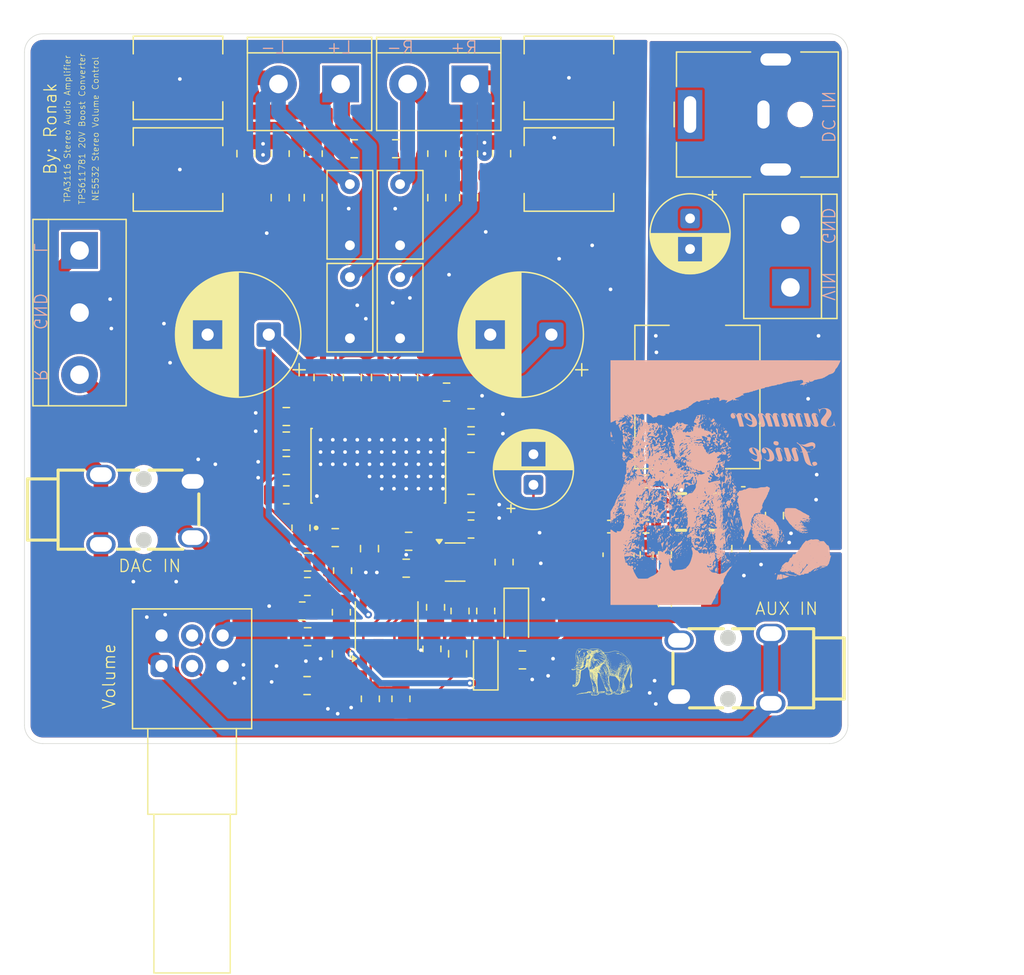
<source format=kicad_pcb>
(kicad_pcb (version 20241229) (generator "pcbnew") (generator_version "9.0")
  (layers (0 "F.Cu" signal) (2 "B.Cu" signal) (13 "F.Paste" user) (15 "B.Paste" user) (5 "F.SilkS" user "F.Silkscreen") (7 "B.SilkS" user "B.Silkscreen") (1 "F.Mask" user) (3 "B.Mask" user) (25 "Edge.Cuts" user))
  (net 0 "")
  (net 1 "GND")
  (net 2 "PVCC")
  (net 3 "Net-(Q1A-C1)")
  (net 4 "GVDD")
  (net 5 "LINP")
  (net 6 "RINP")
  (net 7 "LINN")
  (net 8 "RINN")
  (net 9 "L-")
  (net 10 "R-")
  (net 11 "Net-(C37-Pad1)")
  (net 12 "L+")
  (net 13 "R+")
  (net 14 "RIN")
  (net 15 "LIN")
  (net 16 "Net-(Q1A-B1)")
  (net 17 "MUTE")
  (net 18 "SDZ")
  (net 19 "Net-(U3-VCC)")
  (net 20 "Net-(U3-BST)")
  (net 21 "SWT")
  (net 22 "Net-(U3-FB)")
  (net 23 "Net-(U3-COMP)")
  (net 24 "Net-(U3-ILIMIT)")
  (net 25 "Net-(U3-FREQ{slash}SYNC)")
  (net 27 "PGND")
  (net 28 "Net-(C1-Pad2)")
  (net 29 "Net-(C1-Pad1)")
  (net 30 "Net-(C2-Pad2)")
  (net 31 "Net-(C2-Pad1)")
  (net 32 "Net-(D1-A)")
  (net 33 "Net-(U1A-+)")
  (net 34 "Net-(C6-Pad2)")
  (net 35 "Net-(C7-Pad1)")
  (net 36 "Vin")
  (net 37 "Net-(U2-SYNC)")
  (net 38 "Net-(C20-Pad1)")
  (net 39 "Net-(U2-OUTPR)")
  (net 40 "Net-(U2-BSPR)")
  (net 41 "Net-(U2-OUTNR)")
  (net 42 "Net-(U2-BSNR)")
  (net 43 "Net-(U2-BSPL)")
  (net 44 "Net-(U2-OUTPL)")
  (net 45 "Net-(U2-OUTNL)")
  (net 46 "Net-(U2-BSNL)")
  (net 47 "Net-(C38-Pad1)")
  (net 48 "Net-(C39-Pad1)")
  (net 49 "Net-(C40-Pad1)")
  (net 50 "Net-(D2-K)")
  (net 51 "Net-(U1A--)")
  (net 52 "Net-(U1B--)")
  (net 53 "Net-(U2-GAIN{slash}SLV)")
  (net 54 "Net-(R17-Pad1)")
  (footprint "Inductor_SMD:L_KOHERelec_MDA7030" (layer "F.Cu") (at 45.85 42.9)
    (property "Reference" "L3" (hide yes))
    (property "Value" "10u")
  )
  (footprint "Resistor_SMD:R_0805_2012Metric" (layer "F.Cu") (at 61.569193 93.682484 -90)
    (property "Reference" "R4" (hide yes))
    (property "Value" "47k")
  )
  (footprint "Resistor_SMD:R_0805_2012Metric" (layer "F.Cu") (at 72.5 82.5 90)
    (property "Reference" "R6" (hide yes))
    (property "Value" "470k")
  )
  (footprint "Capacitor_SMD:C_0805_2012Metric" (layer "F.Cu") (at 67 52.7 -90)
    (property "Reference" "C37" (hide yes))
    (property "Value" "10n")
  )
  (footprint "Resistor_SMD:R_0805_2012Metric" (layer "F.Cu") (at 66.9 86.2 90)
    (property "Reference" "R1" (hide yes))
    (property "Value" "20k")
  )
  (footprint "Capacitor_THT:CP_Radial_D6.3mm_P2.50mm" (layer "F.Cu") (at 74.9 76.18238 90)
    (property "Reference" "C8" (hide yes))
    (property "Value" "100u")
  )
  (footprint "Capacitor_SMD:C_0805_2012Metric" (layer "F.Cu") (at 69.8 72.8)
    (property "Reference" "C10" (hide yes))
    (property "Value" "100n")
  )
  (footprint "Capacitor_SMD:C_0805_2012Metric" (layer "F.Cu") (at 56.443012 88.6)
    (property "Reference" "C2" (hide yes))
    (property "Value" "1u")
  )
  (footprint "Capacitor_SMD:C_0805_2012Metric" (layer "F.Cu") (at 72.3 49.1 -90)
    (property "Reference" "C35" (hide yes))
    (property "Value" "1n")
  )
  (footprint "TPA3116D2DAD:SOP65P810X115-32N" (layer "F.Cu") (at 62.22 74.625 90)
    (property "Reference" "U2" (hide yes))
    (property "Value" "TPA3116D2DAD")
  )
  (footprint "Resistor_SMD:R_0805_2012Metric" (layer "F.Cu") (at 69.6 49.1 -90)
    (property "Reference" "R24" (hide yes))
    (property "Value" "3.3R")
  )
  (footprint "Capacitor_SMD:C_0805_2012Metric" (layer "F.Cu") (at 88.2 81.2 180)
    (property "Reference" "C26" (hide yes))
    (property "Value" "4.7u")
  )
  (footprint "Capacitor_SMD:C_0805_2012Metric" (layer "F.Cu") (at 59.2 90 -90)
    (property "Reference" "C5" (hide yes))
    (property "Value" "100n")
  )
  (footprint "Inductor_SMD:L_KOHERelec_MDA7030" (layer "F.Cu") (at 77.8 50.4 180)
    (property "Reference" "L2" (hide yes))
    (property "Value" "10u")
  )
  (footprint "Capacitor_SMD:C_0603_1608Metric" (layer "F.Cu") (at 92.05 76.85 180)
    (property "Reference" "C21" (hide yes))
    (property "Value" "100n")
  )
  (footprint "Capacitor_THT:CP_Radial_D10.0mm_P5.00mm" (layer "F.Cu") (at 53.267677 63.9 180)
    (property "Reference" "C42" (hide yes))
    (property "Value" "470u")
  )
  (footprint "Package_TO_SOT_SMD:SOT-23-3" (layer "F.Cu") (at 68.5 82.5)
    (property "Reference" "Q1" (hide yes))
    (property "Value" "PMBT3906")
  )
  (footprint "Capacitor_SMD:C_0805_2012Metric" (layer "F.Cu") (at 88.2 85.2 180)
    (property "Reference" "C28" (hide yes))
    (property "Value" "4.7u")
  )
  (footprint "Resistor_SMD:R_0805_2012Metric" (layer "F.Cu") (at 59.3 83.2 90)
    (property "Reference" "R13" (hide yes))
    (property "Value" "20k")
  )
  (footprint "NetTie:NetTie-2_SMD_Pad0.5mm" (layer "F.Cu") (at 87.275 77.925 180)
    (property "Reference" "NT1" (hide yes))
    (property "Value" "NetTie_2" (hide yes))
  )
  (footprint "Capacitor_SMD:C_0805_2012Metric" (layer "F.Cu") (at 68.7 90 90)
    (property "Reference" "C1" (hide yes))
    (property "Value" "1u")
  )
  (footprint "TerminalBlock:TerminalBlock_bornier-2_P5.08mm" (layer "F.Cu") (at 95.9 60.04 90)
    (property "Reference" "J4" (hide yes))
    (property "Value" "Screw_Terminal_01x02")
  )
  (footprint "LOGO" (layer "F.Cu") (at 80.5 91.5)
    (property "Reference" "G***" (hide yes))
    (property "Value" "LOGO" (hide yes))
  )
  (footprint "Capacitor_SMD:C_0805_2012Metric" (layer "F.Cu") (at 63.65 48.7 180)
    (property "Reference" "C33" (hide yes))
    (property "Value" "1n")
  )
  (footprint "TerminalBlock:TerminalBlock_bornier-2_P5.08mm" (layer "F.Cu") (at 69.7 43.4 180)
    (property "Reference" "J5" (hide yes))
    (property "Value" "Screw_Terminal_01x02")
  )
  (footprint "Capacitor_SMD:C_0805_2012Metric" (layer "F.Cu") (at 64.7 80.8)
    (property "Reference" "C16" (hide yes))
    (property "Value" "1u")
  )
  (footprint "Capacitor_SMD:C_0805_2012Metric" (layer "F.Cu") (at 74 90.5)
    (property "Reference" "C3" (hide yes))
    (property "Value" "1u")
  )
  (footprint "Potentiometer_THT:Potentiometer_Alps_RK097_Dual_Horizontal" (layer "F.Cu") (at 44.5 91 90)
    (property "Reference" "RV1" (hide yes))
    (property "Value" "10k dual linear pot")
  )
  (footprint "Resistor_SMD:R_0603_1608Metric" (layer "F.Cu") (at 85.65 85.9 -90)
    (property "Reference" "R17" (hide yes))
    (property "Value" "1M")
  )
  (footprint "Resistor_SMD:R_0805_2012Metric" (layer "F.Cu") (at 69.8 79.8)
    (property "Reference" "R11" (hide yes))
    (property "Value" "47k")
  )
  (footprint "Resistor_SMD:R_0805_2012Metric" (layer "F.Cu") (at 54.7 77)
    (property "Reference" "R12" (hide yes))
    (property "Value" "100k")
  )
  (footprint "Capacitor_SMD:C_0805_2012Metric" (layer "F.Cu") (at 69.6 52.7 -90)
    (property "Reference" "C39" (hide yes))
    (property "Value" "10n")
  )
  (footprint "Capacitor_THT:C_Rect_L7.0mm_W3.5mm_P5.00mm" (layer "F.Cu") (at 59.9 59.2 -90)
    (property "Reference" "C32" (hide yes))
    (property "Value" "680n")
  )
  (footprint "Capacitor_THT:C_Rect_L7.0mm_W3.5mm_P5.00mm" (layer "F.Cu") (at 64 59.2 -90)
    (property "Reference" "C31" (hide yes))
    (property "Value" "680n")
  )
  (footprint "TPS611781RNWR:RNW0013A" (layer "F.Cu") (at 88.35 78.4)
    (property "Reference" "U3" (hide yes))
    (property "Value" "TPS611781")
  )
  (footprint "Resistor_SMD:R_0603_1608Metric" (layer "F.Cu") (at 84.1 78.1)
    (property "Reference" "R15" (hide yes))
    (property "Value" "68k")
  )
  (footprint "Resistor_SMD:R_0805_2012Metric" (layer "F.Cu") (at 67 49.1 -90)
    (property "Reference" "R22" (hide yes))
    (property "Value" "3.3R")
  )
  (footprint "Capacitor_SMD:C_0805_2012Metric" (layer "F.Cu") (at 56.4 92.6 180)
    (property "Reference" "C4" (hide yes))
    (property "Value" "1u")
  )
  (footprint "Resistor_SMD:R_0805_2012Metric" (layer "F.Cu") (at 68.9 86.5 -90)
    (property "Reference" "R7" (hide yes))
    (property "Value" "20k")
  )
  (footprint "Capacitor_SMD:C_0805_2012Metric" (layer "F.Cu") (at 94.6 78.7 -90)
    (property "Reference" "C15" (hide yes))
    (property "Value" "22u")
  )
  (footprint "Capacitor_SMD:C_0805_2012Metric" (layer "F.Cu") (at 58.7 80.5)
    (property "Reference" "C12" (hide yes))
    (property "Value" "1u")
  )
  (footprint "Capacitor_SMD:C_0805_2012Metric" (layer "F.Cu") (at 60.1 67.4 -90)
    (property "Reference" "C23" (hide yes))
    (property "Value" "220n")
  )
  (footprint "Capacitor_SMD:C_0805_2012Metric" (layer "F.Cu") (at 56.443012 82.5)
    (property "Reference" "C7" (hide yes))
    (property "Value" "1u")
  )
  (footprint "Resistor_SMD:R_0805_2012Metric" (layer "F.Cu") (at 66.6 89.6 -90)
    (property "Reference" "R9" (hide yes))
    (property "Value" "15k")
  )
  (footprint "Capacitor_SMD:C_0805_2012Metric" (layer "F.Cu") (at 57.7 67.4 -90)
    (property "Reference" "C22" (hide yes))
    (property "Value" "220n")
  )
  (footprint "Diode_SMD:D_SOD-123" (layer "F.Cu") (at 73.5 87 -90)
    (property "Reference" "D2" (hide yes))
    (property "Value" "1N4148")
  )
  (footprint "Capacitor_SMD:C_0603_1608Metric" (layer "F.Cu") (at 81.1 79.6 180)
    (property "Reference" "C20" (hide yes))
    (property "Value" "10n")
  )
  (footprint "Capacitor_SMD:C_0805_2012Metric" (layer "F.Cu") (at 62.4 67.4 -90)
    (property "Reference" "C24" (hide yes))
    (property "Value" "220n")
  )
  (footprint "Capacitor_SMD:C_0805_2012Metric" (layer "F.Cu") (at 69.8 70.7 180)
    (property "Reference" "C6" (hide yes))
    (property "Value" "10n")
  )
  (footprint "Resistor_SMD:R_0805_2012Metric" (layer "F.Cu") (at 64.069193 93.682484 90)
    (property "Reference" "R3" (hide yes))
    (property "Value" "47k")
  )
  (footprint "Inductor_SMD:L_Sunlord_MWSA1003S" (layer "F.Cu") (at 88.3 69 -90)
    (property "Reference" "L1" (hide yes))
    (property "Value" "3.3u")
  )
  (footprint "Resistor_SMD:R_0603_1608Metric" (layer "F.Cu") (at 84.1 75.9)
    (property "Reference" "R14" (hide yes))
    (property "Value" "220k")
  )
  (footprint "Capacitor_SMD:C_0805_2012Metric" (layer "F.Cu") (at 67.8 68.6)
    (property "Reference" "C9" (hide yes))
    (property "Value" "1n")
  )
  (footprint "Inductor_SMD:L_KOHERelec_MDA7030" (layer "F.Cu") (at 77.8 42.9)
    (property "Reference" "L4" (hide yes))
    (property "Value" "10u")
  )
  (footprint "Inductor_SMD:L_KOHERelec_MDA7030" (layer "F.Cu") (at 45.85 50.4 180)
    (property "Reference" "L5" (hide yes))
    (property "Value" "10u")
  )
  (footprint "Capacitor_SMD:C_0805_2012Metric" (layer "F.Cu") (at 54.7 74.6 180)
    (property "Reference" "C13" (hide yes))
    (property "Value" "1n")
  )
  (footprint "Capacitor_SMD:C_0603_1608Metric" (layer "F.Cu") (at 81.1 81.9 -90)
    (property "Reference" "C43" (hide yes))
    (property "Value" "30p")
  )
  (footprint "Capacitor_SMD:C_0805_2012Metric" (layer "F.Cu") (at 69.8 77.7)
    (property "Reference" "C19" (hide yes))
    (property "Value" "47p")
  )
  (footprint "Resistor_SMD:R_0805_2012Metric" (layer "F.Cu") (at 59.2 86.6 -90)
    (property "Reference" "R8" (hide yes))
    (property "Value" "20k")
  )
  (footprint "Capacitor_SMD:C_0805_2012Metric" (layer "F.Cu") (at 56.9 52.7 -90)
    (property "Reference" "C40" (hide yes))
    (property "Value" "10n")
  )
  (footprint "Capacitor_THT:C_Rect_L7.0mm_W3.5mm_P5.00mm" (layer "F.Cu") (at 59.9 51.6 -90)
    (property "Reference" "C30" (hide yes))
    (property "Value" "680n")
  )
  (footprint "Package_SO:SOIC-8_3.9x4.9mm_P1.27mm" (layer "F.Cu") (at 62.9 87.7 90)
    (property "Reference" "U1" (hide yes))
    (property "Value" "NE5532")
  )
  (footprint "Capacitor_THT:C_Rect_L7.0mm_W3.5mm_P5.00mm" (layer "F.Cu") (at 64 51.6 -90)
    (property "Reference" "C29" (hide yes))
    (property "Value" "680n")
  )
  (footprint "Capacitor_SMD:C_0805_2012Metric" (layer "F.Cu") (at 88.2 83.2 180)
    (property "Reference" "C27" (hide yes))
    (property "Value" "4.7u")
  )
  (footprint "Resistor_SMD:R_0603_1608Metric" (layer "F.Cu") (at 85.65 81.9 -90)
    (property "Reference" "R18" (hide yes))
    (property "Value" "150k")
  )
  (footprint "Connector_BarrelJack:BarrelJack_CUI_PJ-063AH_Horizontal" (layer "F.Cu") (at 87.7 45.9 90)
    (property "Reference" "J3" (hide yes))
    (property "Value" "Barrel_Jack_MountingPin")
  )
  (footprint "Capacitor_SMD:C_0805_2012Metric" (layer "F.Cu") (at 91.85 81.4 -90)
    (property "Reference" "C17" (hide yes))
    (property "Value" "4.7u")
  )
  (footprint "Connector_Audio:AUDIO_TH_PJ-3210-4A" (layer "F.Cu") (at 43.3 78.2 90)
    (property "Reference" "J2" (hide yes))
    (property "Value" "PJ-320B")
    (fp_poly (pts (xy 3.14637 -0.313711) (xy 3.121511 -0.438685) (xy 3.072749 -0.556408) (xy 3.001957 -0.662356) (xy 2.911856 -0.752457) (xy 2.805908 -0.823249) (xy 2.688185 -0.872011) (xy 2.563211 -0.89687) (xy 2.435789 -0.89687) (xy 2.310815 -0.872011) (xy 2.193092 -0.823249) (xy 2.087144 -0.752457) (xy 1.997043 -0.662356) (xy 1.926251 -0.556408) (xy 1.877489 -0.438685) (xy 1.85263 -0.313711) (xy 1.85263 -0.186289) (xy 1.877489 -0.061315) (xy 1.926251 0.056408) (xy 1.997043 0.162356) (xy 2.087144 0.252457) (xy 2.193092 0.323249) (xy 2.310815 0.372011) (xy 2.435789 0.39687) (xy 2.563211 0.39687) (xy 2.688185 0.372011) (xy 2.805908 0.323249) (xy 2.911856 0.252457) (xy 3.001957 0.162356) (xy 3.072749 0.056408) (xy 3.121511 -0.061315) (xy 3.14637 -0.186289)) (fill yes) (layer "Edge.Cuts"))
    (fp_poly (pts (xy -1.85263 -0.313711) (xy -1.877489 -0.438685) (xy -1.926251 -0.556408) (xy -1.997043 -0.662356) (xy -2.087144 -0.752457) (xy -2.193092 -0.823249) (xy -2.310815 -0.872011) (xy -2.435789 -0.89687) (xy -2.563211 -0.89687) (xy -2.688185 -0.872011) (xy -2.805908 -0.823249) (xy -2.911856 -0.752457) (xy -3.001957 -0.662356) (xy -3.072749 -0.556408) (xy -3.121511 -0.438685) (xy -3.14637 -0.313711) (xy -3.14637 -0.186289) (xy -3.121511 -0.061315) (xy -3.072749 0.056408) (xy -3.001957 0.162356) (xy -2.911856 0.252457) (xy -2.805908 0.323249) (xy -2.688185 0.372011) (xy -2.563211 0.39687) (xy -2.435789 0.39687) (xy -2.310815 0.372011) (xy -2.193092 0.323249) (xy -2.087144 0.252457) (xy -1.997043 0.162356) (xy -1.926251 0.056408) (xy -1.877489 -0.061315) (xy -1.85263 -0.186289)) (fill yes) (layer "Edge.Cuts"))
  )
  (footprint "Capacitor_SMD:C_0805_2012Metric" (layer "F.Cu") (at 61.5 81.4 -90)
    (property "Reference" "C14" (hide yes))
    (property "Value" "1u")
  )
  (footprint "Capacitor_SMD:C_0805_2012Metric" (layer "F.Cu") (at 54.7 72.6 180)
    (property "Reference" "C18" (hide yes))
    (property "Value" "100n")
  )
  (footprint "TerminalBlock:TerminalBlock_bornier-3_P5.08mm" (layer "F.Cu") (at 37.8 57.02 -90)
    (property "Reference" "J1" (hide yes))
    (property "Value" "Screw_Terminal_01x03")
  )
  (footprint "Resistor_SMD:R_0603_1608Metric" (layer "F.Cu") (at 84.15 81.9 -90)
    (property "Reference" "R19" (hide yes))
    (property "Value" "75k")
  )
  (footprint "Diode_SMD:D_SOD-123" (layer "F.Cu") (at 71 90.6 90)
    (property "Reference" "D1" (hide yes))
    (property "Value" "1N4148")
  )
  (footprint "Resistor_SMD:R_0805_2012Metric" (layer "F.Cu") (at 54.2 49.1 -90)
    (property "Reference" "R23" (hide yes))
    (property "Value" "3.3R")
  )
  (footprint "Capacitor_SMD:C_0805_2012Metric" (layer "F.Cu") (at 60.25 48.7 180)
    (property "Reference" "C36" (hide yes))
    (property "Value" "1n")
  )
  (footprint "Capacitor_SMD:C_0603_1608Metric" (layer "F.Cu") (at 82.6 81.9 -90)
    (property "Reference" "C44" (hide yes))
    (property "Value" "47p")
  )
  (footprint "Capacitor_SMD:C_0805_2012Metric" (layer "F.Cu") (at 64.7 67.4 -90)
    (property "Reference" "C25" (hide yes))
    (property "Value" "220n")
  )
  (footprint "TerminalBlock:TerminalBlock_bornier-2_P5.08mm" (layer "F.Cu") (at 59.14 43.4 180)
    (property "Reference" "J6" (hide yes))
    (property "Value" "Screw_Terminal_01x02")
  )
  (footprint "Capacitor_SMD:C_0805_2012Metric" (layer "F.Cu") (at 54.7 70.6)
    (property "Reference" "C8" (hide yes))
    (property "Value" "10n")
  )
  (footprint "Resistor_SMD:R_0805_2012Metric" (layer "F.Cu") (at 71 86.5 -90)
    (property "Reference" "R5" (hide yes))
    (property "Value" "470k")
  )
  (footprint "Resistor_SMD:R_0805_2012Metric" (layer "F.Cu") (at 55.9 79.7 -90)
    (property "Reference" "R20" (hide yes))
    (property "Value" "100k")
  )
  (footprint "Capacitor_SMD:C_0805_2012Metric" (layer "F.Cu") (at 54.2 52.7 -90)
    (property "Reference" "C38" (hide yes))
    (property "Value" "10n")
  )
  (footprint "Capacitor_SMD:C_0805_2012Metric" (layer "F.Cu") (at 51.4 49.1 90)
    (property "Reference" "C34" (hide yes))
    (property "Value" "1n")
  )
  (footprint "Resistor_SMD:R_0805_2012Metric" (layer "F.Cu") (at 56.9 49.1 -90)
    (property "Reference" "R25" (hide yes))
    (property "Value" "3.3R")
  )
  (footprint "Capacitor_THT:CP_Radial_D10.0mm_P5.00mm" (layer "F.Cu") (at 76.367677 63.9 180)
    (property "Reference" "C41" (hide yes))
    (property "Value" "470u")
  )
  (footprint "Capacitor_THT:CP_Radial_D6.3mm_P2.50mm" (layer "F.Cu") (at 87.7 54.4 -90)
    (property "Reference" "C11" (hide yes))
    (property "Value" "100u")
  )
  (footprint "Resistor_SMD:R_0603_1608Metric" (layer "F.Cu") (at 84.1 79.6)
    (property "Reference" "R16" (hide yes))
    (property "Value" "200k")
  )
  (footprint "Resistor_SMD:R_0805_2012Metric" (layer "F.Cu") (at 56.423012 84.5 180)
    (property "Reference" "R2" (hide yes))
    (property "Value" "20k")
  )
  (footprint "Resistor_SMD:R_0805_2012Metric" (layer "F.Cu") (at 56 86.5)
    (property "Reference" "R10" (hide yes))
    (property "Value" "15k")
  )
  (footprint "Capacitor_SMD:C_0805_2012Metric" (layer "F.Cu") (at 64.5 83)
    (property "Reference" "C6" (hide yes))
    (property "Value" "1u")
  )
  (footprint "Connector_Audio:AUDIO_TH_PJ-3210-4A" (layer "F.Cu") (at 90.55 91.2 -90)
    (property "Reference" "J7" (hide yes))
    (property "Value" "PJ-320B")
    (fp_poly (pts (xy -1.85263 -0.313711) (xy -1.877489 -0.438685) (xy -1.926251 -0.556408) (xy -1.997043 -0.662356) (xy -2.087144 -0.752457) (xy -2.193092 -0.823249) (xy -2.310815 -0.872011) (xy -2.435789 -0.89687) (xy -2.563211 -0.89687) (xy -2.688185 -0.872011) (xy -2.805908 -0.823249) (xy -2.911856 -0.752457) (xy -3.001957 -0.662356) (xy -3.072749 -0.556408) (xy -3.121511 -0.438685) (xy -3.14637 -0.313711) (xy -3.14637 -0.186289) (xy -3.121511 -0.061315) (xy -3.072749 0.056408) (xy -3.001957 0.162356) (xy -2.911856 0.252457) (xy -2.805908 0.323249) (xy -2.688185 0.372011) (xy -2.563211 0.39687) (xy -2.435789 0.39687) (xy -2.310815 0.372011) (xy -2.193092 0.323249) (xy -2.087144 0.252457) (xy -1.997043 0.162356) (xy -1.926251 0.056408) (xy -1.877489 -0.061315) (xy -1.85263 -0.186289)) (fill yes) (layer "Edge.Cuts"))
    (fp_poly (pts (xy 3.14637 -0.313711) (xy 3.121511 -0.438685) (xy 3.072749 -0.556408) (xy 3.001957 -0.662356) (xy 2.911856 -0.752457) (xy 2.805908 -0.823249) (xy 2.688185 -0.872011) (xy 2.563211 -0.89687) (xy 2.435789 -0.89687) (xy 2.310815 -0.872011) (xy 2.193092 -0.823249) (xy 2.087144 -0.752457) (xy 1.997043 -0.662356) (xy 1.926251 -0.556408) (xy 1.877489 -0.438685) (xy 1.85263 -0.313711) (xy 1.85263 -0.186289) (xy 1.877489 -0.061315) (xy 1.926251 0.056408) (xy 1.997043 0.162356) (xy 2.087144 0.252457) (xy 2.193092 0.323249) (xy 2.310815 0.372011) (xy 2.435789 0.39687) (xy 2.563211 0.39687) (xy 2.688185 0.372011) (xy 2.805908 0.323249) (xy 2.911856 0.252457) (xy 3.001957 0.162356) (xy 3.072749 0.056408) (xy 3.121511 -0.061315) (xy 3.14637 -0.186289)) (fill yes) (layer "Edge.Cuts"))
  )
  (footprint "LOGO" (layer "B.Cu") (at 91.2 76 180)
    (property "Reference" "G***" (hide yes))
    (property "Value" "LOGO" (hide yes))
  )
  (gr_arc (start 34.8 97.33934) (mid 33.73934 96.9) (end 33.3 95.83934) (stroke (width 0.05)) (layer "Edge.Cuts"))
  (gr_line (start 99.1 97.3393) (end 34.8 97.33934) (stroke (width 0.05)) (layer "Edge.Cuts"))
  (gr_line (start 34.8 39.3) (end 99.1 39.3) (stroke (width 0.05)) (layer "Edge.Cuts"))
  (gr_arc (start 99.1 39.3) (mid 100.16066 39.73934) (end 100.6 40.8) (stroke (width 0.05)) (layer "Edge.Cuts"))
  (gr_line (start 100.6 95.8393) (end 100.6 40.8) (stroke (width 0.05)) (layer "Edge.Cuts"))
  (gr_arc (start 33.3 40.8) (mid 33.73934 39.73934) (end 34.8 39.3) (stroke (width 0.05)) (layer "Edge.Cuts"))
  (gr_line (start 33.3 95.83934) (end 33.3 40.8) (stroke (width 0.05)) (layer "Edge.Cuts"))
  (gr_arc (start 100.6 95.83934) (mid 100.16066 96.9) (end 99.1 97.33934) (stroke (width 0.05)) (layer "Edge.Cuts"))
  (gr_text "By: Ronak" (at 36 50.9 90) (layer "F.SilkS") (effects (font (size 1 1) (thickness 0.1)) (justify left bottom)))
  (gr_text "TPS611781 20V Boost Converter" (at 38.3 53.303568 90) (layer "F.SilkS") (effects (font (size 0.5 0.5) (thickness 0.05)) (justify left bottom)))
  (gr_text "Volume" (at 40.8 94.6 90) (layer "F.SilkS") (effects (font (size 1 1) (thickness 0.1)) (justify left bottom)))
  (gr_text "TPA3116 Stereo Audio Amplifier" (at 37.1 53.148806 90) (layer "F.SilkS") (effects (font (size 0.5 0.5) (thickness 0.05)) (justify left bottom)))
  (gr_text "AUX IN" (at 92.9495 86.9 0) (layer "F.SilkS") (effects (font (size 1 1) (thickness 0.1)) (justify left bottom)))
  (gr_text "NE5532 Stereo Volume Control" (at 39.4 53.017855 90) (layer "F.SilkS") (effects (font (size 0.5 0.5) (thickness 0.05)) (justify left bottom)))
  (gr_text "DAC IN" (at 40.9 83.4 0) (layer "F.SilkS") (effects (font (size 1 1) (thickness 0.1)) (justify left bottom)))
  (gr_text "R-" (at 65.2 41 -0) (layer "B.SilkS") (effects (font (size 1 1) (thickness 0.1)) (justify left bottom mirror)))
  (gr_text "L" (at 34 57.3 270) (layer "B.SilkS") (effects (font (size 1 1) (thickness 0.1)) (justify left bottom mirror)))
  (gr_text "GND" (at 98.4 56.6 270) (layer "B.SilkS") (effects (font (size 1 1) (thickness 0.1)) (justify left bottom mirror)))
  (gr_text "GND" (at 33.99 63.6 -90) (layer "B.SilkS") (effects (font (size 1 1) (thickness 0.1)) (justify left bottom mirror)))
  (gr_text "VIN" (at 98.4 61.2 270) (layer "B.SilkS") (effects (font (size 1 1) (thickness 0.1)) (justify left bottom mirror)))
  (gr_text "L-" (at 54.7 41 -0) (layer "B.SilkS") (effects (font (size 1 1) (thickness 0.1)) (justify left bottom mirror)))
  (gr_text "R+" (at 70.4 41 -0) (layer "B.SilkS") (effects (font (size 1 1) (thickness 0.1)) (justify left bottom mirror)))
  (gr_text "DC IN" (at 98.4 48.3 270) (layer "B.SilkS") (effects (font (size 1 1) (thickness 0.1)) (justify left bottom mirror)))
  (gr_text "L+" (at 60.1 41 -0) (layer "B.SilkS") (effects (font (size 1 1) (thickness 0.1)) (justify left bottom mirror)))
  (gr_text "R" (at 34 67.8 270) (layer "B.SilkS") (effects (font (size 1 1) (thickness 0.1)) (justify left bottom mirror)))
  (segment (start 60.246001 71.991) (end 61.593999 71.991) (width 0.2) (layer "F.Cu") (net 1))
  (segment (start 63.543999 71.991) (end 63.845 71.689999) (width 0.2) (layer "F.Cu") (net 1))
  (segment (start 57.75 80.5) (end 56.824 81.426) (width 0.2) (layer "F.Cu") (net 1))
  (segment (start 57.345 78.345) (end 57.345 77.245) (width 0.2) (layer "F.Cu") (net 1))
  (segment (start 66.6 90.5125) (end 65.1425 90.5125) (width 0.2) (layer "F.Cu") (net 1))
  (segment (start 61.895 71.689999) (end 62.196001 71.991) (width 0.2) (layer "F.Cu") (net 1))
  (segment (start 70.325 53.65) (end 69.6 53.65) (width 1.2) (layer "F.Cu") (net 1))
  (segment (start 59.7375 84.1125) (end 60.425 83.425) (width 0.2) (layer "F.Cu") (net 1))
  (segment (start 66.6 90.5125) (end 66.5125 90.5125) (width 0.2) (layer "F.Cu") (net 1))
  (segment (start 51.926 81.426) (end 51.7 81.2) (width 0.2) (layer "F.Cu") (net 1))
  (segment (start 64 56.6) (end 64.05 56.6) (width 1.2) (layer "F.Cu") (net 1))
  (segment (start 59.9 56.6) (end 64 56.6) (width 1.2) (layer "F.Cu") (net 1))
  (segment (start 65.225 90.175) (end 65.7 89.7) (width 0.2) (layer "F.Cu") (net 1))
  (segment (start 52.95 73.4) (end 53.75 72.6) (width 0.2) (layer "F.Cu") (net 1))
  (segment (start 59.9 56.6) (end 59.85 56.6) (width 1.2) (layer "F.Cu") (net 1))
  (segment (start 61.5 82.749) (end 62.1 83.349) (width 0.2) (layer "F.Cu") (net 1))
  (segment (start 51.7 81.2) (end 51.7 73.4) (width 0.2) (layer "F.Cu") (net 1))
  (segment (start 54.9 57.8) (end 57.725 54.975) (width 1.2) (layer "F.Cu") (net 1))
  (segment (start 56.824 81.426) (end 51.926 81.426) (width 0.2) (layer "F.Cu") (net 1))
  (segment (start 53.75 70.6) (end 53.75 74.6) (width 1.2) (layer "F.Cu") (net 1))
  (segment (start 58.225 54.975) (end 56.9 53.65) (width 1.2) (layer "F.Cu") (net 1))
  (segment (start 59.85 56.6) (end 58.225 54.975) (width 1.2) (layer "F.Cu") (net 1))
  (segment (start 48.9329 91) (end 49.5 91) (width 0.2) (layer "F.Cu") (net 1))
  (segment (start 72.3 50.05) (end 72.3 51.675) (width 1.2) (layer "F.Cu") (net 1))
  (segment (start 63.75 81.15) (end 64.5 81.9) (width 0.2) (layer "F.Cu") (net 1))
  (segment (start 59.9 64.2) (end 59.9 62.8) (width 1.2) (layer "F.Cu") (net 1))
  (segment (start 45.799 89.799) (end 47.7319 89.799) (width 0.2) (layer "F.Cu") (net 1))
  (segment (start 59.9 62.8) (end 54.9 57.8) (width 1.2) (layer "F.Cu") (net 1))
  (segment (start 62.196001 71.991) (end 63.543999 71.991) (width 0.2) (layer "F.Cu") (net 1))
  (segment (start 51.4 51.575) (end 53.475 53.65) (width 1.2) (layer "F.Cu") (net 1))
  (segment (start 60.425 83.425) (end 60.501 83.349) (width 0.2) (layer "F.Cu") (net 1))
  (segment (start 59.3 84.1125) (end 59.7375 84.1125) (width 0.2) (layer "F.Cu") (net 1))
  (segment (start 61.895 70.905) (end 61.895 71.689999) (width 0.2) (layer "F.Cu") (net 1))
  (segment (start 63.75 80.8) (end 63.75 81.15) (width 0.2) (layer "F.Cu") (net 1))
  (segment (start 61.5 82.35) (end 61.65 82.35) (width 0.2) (layer "F.Cu") (net 1))
  (segment (start 60.425 83.425) (end 61.5 82.35) (width 0.2) (layer "F.Cu") (net 1))
  (segment (start 61.593999 71.991) (end 61.895 71.689999) (width 0.2) (layer "F.Cu") (net 1))
  (segment (start 61.5 82.35) (end 61.5 82.749) (width 0.2) (layer "F.Cu") (net 1))
  (segment (start 65.1425 90.5125) (end 64.805 90.175) (width 0.2) (layer "F.Cu") (net 1))
  (segment (start 51.7 73.4) (end 52.95 73.4) (width 0.2) (layer "F.Cu") (net 1))
  (segment (start 59.945 71.689999) (end 60.246001 71.991) (width 0.2) (layer "F.Cu") (net 1))
  (segment (start 55.0875 86.5) (end 51.7 83.1125) (width 0.2) (layer "F.Cu") (net 1))
  (segment (start 64.805 90.175) (end 65.225 90.175) (width 0.2) (layer "F.Cu") (net 1))
  (segment (start 64.05 56.6) (end 67 53.65) (width 1.2) (layer "F.Cu") (net 1))
  (segment (start 44.5 88.5) (end 45.799 89.799) (width 0.2) (layer "F.Cu") (net 1))
  (segment (start 61.2 48.7) (end 62.7 48.7) (width 1.2) (layer "F.Cu") (net 1))
  (segment (start 54.2 53.65) (end 56.9 53.65) (width 1.2) (layer "F.Cu") (net 1))
  (segment (start 60.501 83.349) (end 61.2 83.349) (width 0.2) (layer "F.Cu") (net 1))
  (segment (start 72.3 51.675) (end 70.325 53.65) (width 1.2) (layer "F.Cu") (net 1))
  (segment (start 51.7 83.1125) (end 51.7 81.2) (width 0.2) (layer "F.Cu") (net 1))
  (segment (start 59.945 70.905) (end 59.945 71.689999) (width 0.2) (layer "F.Cu") (net 1))
  (segment (start 51.4 50.05) (end 51.4 51.575) (width 1.2) (layer "F.Cu") (net 1))
  (segment (start 63.845 71.689999) (end 63.845 70.905) (width 0.2) (layer "F.Cu") (net 1))
  (segment (start 53.475 53.65) (end 54.2 53.65) (width 1.2) (layer "F.Cu") (net 1))
  (segment (start 66.5125 90.5125) (end 65.7 89.7) (width 0.2) (layer "F.Cu") (net 1))
  (segment (start 57.345 77.245) (end 57.2 77.1) (width 0.2) (layer "F.Cu") (net 1))
  (segment (start 47.7319 89.799) (end 48.9329 91) (width 0.2) (layer "F.Cu") (net 1))
  (segment (start 67 53.65) (end 69.6 53.65) (width 1.2) (layer "F.Cu") (net 1))
  (segment (start 57.725 54.975) (end 58.225 54.975) (width 1.2) (layer "F.Cu") (net 1))
  (via (at 63.5 75.5) (size 0.6) (drill 0.3) (layers "F.Cu" "B.Cu") (net 1))
  (via (at 67.5 73.5) (size 0.6) (drill 0.3) (layers "F.Cu" "B.Cu") (net 1))
  (via (at 52.4 74.3) (size 0.6) (drill 0.3) (layers "F.Cu" "B.Cu") (net 1))
  (via (at 72.1 78.9) (size 0.6) (drill 0.3) (layers "F.Cu" "B.Cu") (net 1))
  (via (at 62.1 83.349) (size 0.6) (drill 0.3) (layers "F.Cu" "B.Cu") (net 1))
  (via (at 64.5 75.5) (size 0.6) (drill 0.3) (layers "F.Cu" "B.Cu") (net 1))
  (via (at 61.5 74.5) (size 0.6) (drill 0.3) (layers "F.Cu" "B.Cu") (net 1))
  (via (at 84.4 93.2) (size 0.6) (drill 0.3) (layers "F.Cu" "B.Cu") (net 1))
  (via (at 60.5 72.5) (size 0.6) (drill 0.3) (layers "F.Cu" "B.Cu") (net 1))
  (via (at 75.5 82.6) (size 0.6) (drill 0.3) (layers "F.Cu" "B.Cu") (net 1))
  (via (at 67.5 75.5) (size 0.6) (drill 0.3) (layers "F.Cu" "B.Cu") (net 1))
  (via (at 64.5 74.5) (size 0.6) (drill 0.3) (layers "F.Cu" "B.Cu") (net 1))
  (via (at 66.5 74.5) (size 0.6) (drill 0.3) (layers "F.Cu" "B.Cu") (net 1))
  (via (at 57.2 77.1) (size 0.6) (drill 0.3) (layers "F.Cu" "B.Cu") (net 1))
  (via (at 52.2 70.3) (size 0.6) (drill 0.3) (layers "F.Cu" "B.Cu") (net 1))
  (via (at 53.5 92.3) (size 0.6) (drill 0.3) (layers "F.Cu" "B.Cu") (net 1))
  (via (at 62.5 75.5) (size 0.6) (drill 0.3) (layers "F.Cu" "B.Cu") (net 1))
  (via (at 70.7 68.9) (size 0.6) (drill 0.3) (layers "F.Cu" "B.Cu") (net 1))
  (via (at 40.3 61) (size 0.6) (drill 0.3) (layers "F.Cu" "B.Cu") (net 1))
  (via (at 53.1 55.6) (size 0.6) (drill 0.3) (layers "F.Cu" "B.Cu") (net 1))
  (via (at 75.4 80.1) (size 0.6) (drill 0.3) (layers "F.Cu" "B.Cu") (net 1))
  (via (at 61.5 72.5) (size 0.6) (drill 0.3) (layers "F.Cu" "B.Cu") (net 1))
  (via (at 66.5 72.5) (size 0.6) (drill 0.3) (layers "F.Cu" "B.Cu") (net 1))
  (via (at 64.5 81.9) (size 0.6) (drill 0.3) (layers "F.Cu" "B.Cu") (net 1))
  (via (at 66.5 73.5) (size 0.6) (drill 0.3) (layers "F.Cu" "B.Cu") (net 1))
  (via (at 65.5 72.5) (size 0.6) (drill 0.3) (layers "F.Cu" "B.Cu") (net 1))
  (via (at 63.6 53.6) (size 0.6) (drill 0.3) (layers "F.Cu" "B.Cu") (net 1))
  (via (at 65.7 89.7) (size 0.6) (drill 0.3) (layers "F.Cu" "B.Cu") (net 1))
  (via (at 63.5 74.5) (size 0.6) (drill 0.3) (layers "F.Cu" "B.Cu") (net 1))
  (via (at 71 55.5) (size 0.6) (drill 0.3) (layers "F.Cu" "B.Cu") (net 1))
  (via (at 63.5 73.5) (size 0.6) (drill 0.3) (layers "F.Cu" "B.Cu") (net 1))
  (via (at 63.5 72.5) (size 0.6) (drill 0.3) (layers "F.Cu" "B.Cu") (net 1))
  (via (at 47.5 74.1) (size 0.6) (drill 0.3) (layers "F.Cu" "B.Cu") (net 1))
  (via (at 61.5 73.5) (size 0.6) (drill 0.3) (layers "F.Cu" "B.Cu") (net 1))
  (via (at 84.9 94.1) (size 0.6) (drill 0.3) (layers "F.Cu" "B.Cu") (net 1))
  (via (at 44.8 86.8) (size 0.6) (drill 0.3) (layers "F.Cu" "B.Cu") (net 1))
  (via (at 62.5 76.5) (size 0.6) (drill 0.3) (layers "F.Cu" "B.Cu") (net 1))
  (via (at 64.5 72.5) (size 0.6) (drill 0.3) (layers "F.Cu" "B.Cu") (net 1))
  (via (at 51.2 92) (size 0.6) (drill 0.3) (layers "F.Cu" "B.Cu") (net 1))
  (via (at 64.8 60.9) (size 0.6) (drill 0.3) (layers "F.Cu" "B.Cu") (net 1))
  (via (at 57.5 73.5) (size 0.6) (drill 0.3) (layers "F.Cu" "B.Cu") (net 1))
  (via (at 59.8 53.6) (size 0.6) (drill 0.3) (layers "F.Cu" "B.Cu") (net 1))
  (via (at 67.5 74.5) (size 0.6) (drill 0.3) (layers "F.Cu" "B.Cu") (net 1))
  (via (at 65.5 75.5) (size 0.6) (drill 0.3) (layers "F.Cu" "B.Cu") (net 1))
  (via (at 76.1 91.8) (size 0.6) (drill 0.3) (layers "F.Cu" "B.Cu") (net 1))
  (via (at 79.7 56.6) (size 0.6) (drill 0.3) (layers "F.Cu" "B.Cu") (net 1))
  (via (at 58.5 73.5) (size 0.6) (drill 0.3) (layers "F.Cu" "B.Cu") (net 1))
  (via (at 60.5 61.5) (size 0.6) (drill 0.3) (layers "F.Cu" "B.Cu") (net 1))
  (via (at 57.5 74.5) (size 0.6) (drill 0.3) (layers "F.Cu" "B.Cu") (net 1))
  (via (at 53.9 91) (size 0.6) (drill 0.3) (layers "F.Cu" "B.Cu") (net 1))
  (via (at 60 94.4) (size 0.6) (drill 0.3) (layers "F.Cu" "B.Cu") (net 1))
  (via (at 72.1 77.8) (size 0.6) (drill 0.3) (layers "F.Cu" "B.Cu") (net 1))
  (via (at 74.8 92.1) (size 0.6) (drill 0.3) (layers "F.Cu" "B.Cu") (net 1))
  (via (at 58.5 72.5) (size 0.6) (drill 0.3) (layers "F.Cu" "B.Cu") (net 1))
  (via (at 63.4 61.3) (size 0.6) (drill 0.3) (layers "F.Cu" "B.Cu") (net 1))
  (via (at 93.5 82.7) (size 0.6) (drill 0.3) (layers "F.Cu" "B.Cu") (net 1))
  (via (at 76.5 90.4) (size 0.6) (drill 0.3) (layers "F.Cu" "B.Cu") (net 1))
  (via (at 53.3 86.1) (size 0.6) (drill 0.3) (layers "F.Cu" "B.Cu") (net 1))
  (via (at 72.4 70.4) (size 0.6) (drill 0.3) (layers "F.Cu" "B.Cu") (net 1))
  (via (at 61.2 83.349) (size 0.6) (drill 0.3) (layers "F.Cu" "B.Cu") (net 1))
  (via (at 58.9 94.9) (size 0.6) (drill 0.3) (layers "F.Cu" "B.Cu") (net 1))
  (via (at 59.5 74.5) (size 0.6) (drill 0.3) (layers "F.Cu" "B.Cu") (net 1))
  (via (at 77.8 42.9) (size 0.6) (drill 0.3) (layers "F.Cu" "B.Cu") (net 1))
  (via (at 58.5 74.5) (size 0.6) (drill 0.3) (layers "F.Cu" "B.Cu") (net 1))
  (via (at 65.5 74.5) (size 0.6) (drill 0.3) (layers "F.Cu" "B.Cu") (net 1))
  (via (at 50.5 92.4) (size 0.6) (drill 0.3) (layers "F.Cu" "B.Cu") (net 1))
  (via (at 77 57.7) (size 0.6) (drill 0.3) (layers "F.Cu" "B.Cu") (net 1))
  (via (at 57.5 72.5) (size 0.6) (drill 0.3) (layers "F.Cu" "B.Cu") (net 1))
  (via (at 65.5 73.5) (size 0.6) (drill 0.3) (layers "F.Cu" "B.Cu") (net 1))
  (via (at 48.9 74.5) (size 0.6) (drill 0.3) (layers "F.Cu" "B.Cu") (net 1))
  (via (at 66.5 76.5) (size 0.6) (drill 0.3) (layers "F.Cu" "B.Cu") (net 1))
  (via (at 67.5 72.5) (size 0.6) (drill 0.3) (layers "F.Cu" "B.Cu") (net 1))
  (via (at 63.5 76.5) (size 0.6) (drill 0.3) (layers "F.Cu" "B.Cu") (net 1))
  (via (at 60.5 73.5) (size 0.6) (drill 0.3) (layers "F.Cu" "B.Cu") (net 1))
  (via (at 43.3 87) (size 0.6) (drill 0.3) (layers "F.Cu" "B.Cu") (net 1))
  (via (at 45.2 66.2) (size 0.6) (drill 0.3) (layers "F.Cu" "B.Cu") (net 1))
  (via (at 61.5 75.5) (size 0.6) (drill 0.3) (layers "F.Cu" "B.Cu") (net 1))
  (via (at 62.5 74.5) (size 0.6) (drill 0.3) (layers "F.Cu" "B.Cu") (net 1))
  (via (at 57.5 90.4) (size 0.6) (drill 0.3) (layers "F.Cu" "B.Cu") (net 1))
  (via (at 44.7 63) (size 0.6) (drill 0.3) (layers "F.Cu" "B.Cu") (net 1))
  (via (at 56.3 90.6) (size 0.6) (drill 0.3) (layers "F.Cu" "B.Cu") (net 1))
  (via (at 64.5 76.5) (size 0.6) (drill 0.3) (layers "F.Cu" "B.Cu") (net 1))
  (via (at 68 59) (size 0.6) (drill 0.3) (layers "F.Cu" "B.Cu") (net 1))
  (via (at 84.8 92.2) (size 0.6) (drill 0.3) (layers "F.Cu" "B.Cu") (net 1))
  (via (at 65.5 76.5) (size 0.6) (drill 0.3) (layers "F.Cu" "B.Cu") (net 1))
  (via (at 62.5 72.5) (size 0.6) (drill 0.3) (layers "F.Cu" "B.Cu") (net 1))
  (via (at 52.2 71.8) (size 0.6) (drill 0.3) (layers "F.Cu" "B.Cu") (net 1))
  (via (at 60.5 74.5) (size 0.6) (drill 0.3) (layers "F.Cu" "B.Cu") (net 1))
  (via (at 61.2 62.6) (size 0.6) (drill 0.3) (layers "F.Cu" "B.Cu") (net 1))
  (via (at 76.6 47.8) (size 0.6) (drill 0.3) (layers "F.Cu" "B.Cu") (net 1))
  (via (at 46 50.4) (size 0.6) (drill 0.3) (layers "F.Cu" "B.Cu") (net 1))
  (via (at 92.1 83.6) (size 0.6) (drill 0.3) (layers "F.Cu" "B.Cu") (net 1))
  (via (at 52.4 75.6) (size 0.6) (drill 0.3) (layers "F.Cu" "B.Cu") (net 1))
  (via (at 67.5 76.5) (size 0.6) (drill 0.3) (layers "F.Cu" "B.Cu") (net 1))
  (via (at 62.5 73.5) (size 0.6) (drill 0.3) (layers "F.Cu" "B.Cu") (net 1))
  (via (at 72.4 72) (size 0.6) (drill 0.3) (layers "F.Cu" "B.Cu") (net 1))
  (via (at 51.2 90.9) (size 0.6) (drill 0.3) (layers "F.Cu" "B.Cu") (net 1))
  (via (at 81.2 60.2) (size 0.6) (drill 0.3) (layers "F.Cu" "B.Cu") (net 1))
  (via (at 64.5 73.5) (size 0.6) (drill 0.3) (layers "F.Cu" "B.Cu") (net 1))
  (via (at 42.2 84.1) (size 0.6) (drill 0.3) (layers "F.Cu" "B.Cu") (net 1))
  (via (at 40.4 63.4) (size 0.6) (drill 0.3) (layers "F.Cu" "B.Cu") (net 1))
  (via (at 46 43) (size 0.6) (drill 0.3) (layers "F.Cu" "B.Cu") (net 1))
  (via (at 58.1 94.5) (size 0.6) (drill 0.3) (layers "F.Cu" "B.Cu") (net 1))
  (via (at 75.7 85.55) (size 0.6) (drill 0.3) (layers "F.Cu" "B.Cu") (net 1))
  (via (at 66.5 75.5) (size 0.6) (drill 0.3) (layers "F.Cu" "B.Cu") (net 1))
  (via (at 59.5 73.5) (size 0.6) (drill 0.3) (layers "F.Cu" "B.Cu") (net 1))
  (via (at 45.7 84.1) (size 0.6) (drill 0.3) (layers "F.Cu" "B.Cu") (net 1))
  (via (at 59.5 72.5) (size 0.6) (drill 0.3) (layers "F.Cu" "B.Cu") (net 1))
  (segment (start 69.7 92.4) (end 70.85 92.4) (width 0.5) (layer "F.Cu") (net 2))
  (segment (start 73.193677 67.074) (end 67.651 67.074) (width 1.2) (layer "F.Cu") (net 2))
  (segment (start 59.2 89.2) (end 60 90) (width 0.5) (layer "F.Cu") (net 2))
  (segment (start 60.995 85.225) (end 60.995 86.395) (width 0.5) (layer "F.Cu") (net 2))
  (segment (start 59.2 89.05) (end 59.2 89.2) (width 0.5) (layer "F.Cu") (net 2))
  (segment (start 76.7 88.65) (end 78.4 86.95) (width 0.5) (layer "F.Cu") (net 2))
  (segment (start 53.267677 63.9) (end 55.65 66.282323) (width 1.2) (layer "F.Cu") (net 2))
  (segment (start 64.069193 94.594984) (end 68.655016 94.594984) (width 0.2) (layer "F.Cu") (net 2))
  (segment (start 72.81116 92.25) (end 73.851 91.21016) (width 0.2) (layer "F.Cu") (net 2))
  (segment (start 55.65 66.282323) (end 55.65 70.6) (width 1.2) (layer "F.Cu") (net 2))
  (segment (start 73.5 88.65) (end 76.7 88.65) (width 0.5) (layer "F.Cu") (net 2))
  (segment (start 73.851 89.001) (end 73.5 88.65) (width 0.2) (layer "F.Cu") (net 2))
  (segment (start 52.974 76.31484) (end 53.66284 75.626) (width 0.2) (layer "F.Cu") (net 2))
  (segment (start 71 92.25) (end 72.81116 92.25) (width 0.2) (layer "F.Cu") (net 2))
  (segment (start 52.974 77.6865) (end 52.974 76.31484) (width 0.2) (layer "F.Cu") (net 2))
  (segment (start 76.367677 63.9) (end 73.193677 67.074) (width 1.2) (layer "F.Cu") (net 2))
  (segment (start 60.995 86.395) (end 61.4 86.8) (width 0.5) (layer "F.Cu") (net 2))
  (segment (start 68.655016 94.594984) (end 71 92.25) (width 0.2) (layer "F.Cu") (net 2))
  (segment (start 67.651 67.074) (end 66.85 67.875) (width 1.2) (layer "F.Cu") (net 2))
  (segment (start 54.624 75.626) (end 55.65 74.6) (width 0.2) (layer "F.Cu") (net 2))
  (segment (start 70.85 92.4) (end 71 92.25) (width 0.5) (layer "F.Cu") (net 2))
  (segment (start 53.66284 75.626) (end 54.624 75.626) (width 0.2) (layer "F.Cu") (net 2))
  (segment (start 73.851 91.21016) (end 73.851 89.001) (width 0.2) (layer "F.Cu") (net 2))
  (segment (start 66.85 67.875) (end 66.85 68.6) (width 1.2) (layer "F.Cu") (net 2))
  (segment (start 55.9 80.6125) (end 52.974 77.6865) (width 0.2) (layer "F.Cu") (net 2))
  (via (at 69.7 92.4) (size 0.6) (drill 0.3) (layers "F.Cu" "B.Cu") (net 2))
  (via (at 61.4 86.8) (size 0.6) (drill 0.3) (layers "F.Cu" "B.Cu") (net 2))
  (via (at 60 90) (size 0.6) (drill 0.3) (layers "F.Cu" "B.Cu") (net 2))
  (segment (start 53.267677 63.9) (end 55.867677 66.5) (width 1.2) (layer "B.Cu") (net 2))
  (segment (start 73.767677 66.5) (end 76.367677 63.9) (width 1.2) (layer "B.Cu") (net 2))
  (segment (start 55.867677 66.5) (end 73.767677 66.5) (width 1.2) (layer "B.Cu") (net 2))
  (segment (start 53.267677 78.667677) (end 53.267677 63.9) (width 0.5) (layer "B.Cu") (net 2))
  (segment (start 62.4 92.4) (end 69.7 92.4) (width 0.5) (layer "B.Cu") (net 2))
  (segment (start 61.4 86.8) (end 53.267677 78.667677) (width 0.5) (layer "B.Cu") (net 2))
  (segment (start 60 90) (end 62.4 92.4) (width 0.5) (layer "B.Cu") (net 2))
  (segment (start 74.9 76.18238) (end 74.9 77.2375) (width 0.2) (layer "F.Cu") (net 3))
  (segment (start 74.9 77.2375) (end 69.6375 82.5) (width 0.2) (layer "F.Cu") (net 3))
  (segment (start 61.5 80.45) (end 61.245 80.195) (width 0.2) (layer "F.Cu") (net 4))
  (segment (start 56.5125 76.2) (end 59.3 76.2) (width 0.2) (layer "F.Cu") (net 4))
  (segment (start 55.6125 77) (end 55.7125 77) (width 0.2) (layer "F.Cu") (net 4))
  (segment (start 59.3 76.2) (end 60.595 77.495) (width 0.2) (layer "F.Cu") (net 4))
  (segment (start 61.245 80.195) (end 61.245 78.345) (width 0.2) (layer "F.Cu") (net 4))
  (segment (start 55.7125 77) (end 56.5125 76.2) (width 0.2) (layer "F.Cu") (net 4))
  (segment (start 61.245 78.345) (end 60.595 78.345) (width 0.2) (layer "F.Cu") (net 4))
  (segment (start 60.595 77.495) (end 60.595 78.345) (width 0.2) (layer "F.Cu") (net 4))
  (segment (start 62.949 80.08984) (end 62.949 82.399) (width 0.2) (layer "F.Cu") (net 5))
  (segment (start 63.195 79.84384) (end 62.949 80.08984) (width 0.2) (layer "F.Cu") (net 5))
  (segment (start 62.949 82.399) (end 63.55 83) (width 0.2) (layer "F.Cu") (net 5))
  (segment (start 63.195 78.345) (end 63.195 79.84384) (width 0.2) (layer "F.Cu") (net 5))
  (segment (start 59.295 79.129999) (end 59.295 78.345) (width 0.2) (layer "F.Cu") (net 6))
  (segment (start 58.551 81.342012) (end 58.551 79.873999) (width 0.2) (layer "F.Cu") (net 6))
  (segment (start 58.551 79.873999) (end 59.295 79.129999) (width 0.2) (layer "F.Cu") (net 6))
  (segment (start 57.393012 82.5) (end 58.551 81.342012) (width 0.2) (layer "F.Cu") (net 6))
  (segment (start 63.845 79.195) (end 63.845 78.345) (width 0.2) (layer "F.Cu") (net 7))
  (segment (start 65.45 80.8) (end 63.845 79.195) (width 0.2) (layer "F.Cu") (net 7))
  (segment (start 65.65 80.8) (end 65.45 80.8) (width 0.2) (layer "F.Cu") (net 7))
  (segment (start 59.65 80.5) (end 59.945 80.205) (width 0.2) (layer "F.Cu") (net 8))
  (segment (start 59.945 80.205) (end 59.945 78.345) (width 0.2) (layer "F.Cu") (net 8))
  (segment (start 74.95 48.581734) (end 72.069266 45.701) (width 1.2) (layer "F.Cu") (net 9))
  (segment (start 67 48.1875) (end 67 45.78) (width 1.2) (layer "F.Cu") (net 9))
  (segment (start 66.921 45.701) (end 64.62 43.4) (width 1.2) (layer "F.Cu") (net 9))
  (segment (start 64.6 43.42) (end 64.62 43.4) (width 1.2) (layer "F.Cu") (net 9))
  (segment (start 72.069266 45.701) (end 66.921 45.701) (width 1.2) (layer "F.Cu") (net 9))
  (segment (start 67 45.78) (end 64.62 43.4) (width 1.2) (layer "F.Cu") (net 9))
  (segment (start 64.6 48.7) (end 64.6 43.42) (width 1.2) (layer "F.Cu") (net 9))
  (segment (start 74.95 50.4) (end 74.95 48.581734) (width 1.2) (layer "F.Cu") (net 9))
  (segment (start 64.62 50.98) (end 64.62 43.4) (width 1.2) (layer "B.Cu") (net 9))
  (segment (start 64 51.6) (end 64.62 50.98) (width 1.2) (layer "B.Cu") (net 9))
  (segment (start 53.56 42.9) (end 54.06 43.4) (width 1.2) (layer "F.Cu") (net 10))
  (segment (start 48.7 42.9) (end 53.56 42.9) (width 1.2) (layer "F.Cu") (net 10))
  (segment (start 52.8 48.15) (end 54.1625 48.15) (width 1.2) (layer "F.Cu") (net 10))
  (segment (start 51.4 48.15) (end 52.8 48.15) (width 1.2) (layer "F.Cu") (net 10))
  (segment (start 52.8 49.206734) (end 52.7875 49.219234) (width 1.2) (layer "F.Cu") (net 10))
  (segment (start 52.8 48.15) (end 52.8 48.3) (width 1.2) (layer "F.Cu") (net 10))
  (segment (start 52.8 48.3) (end 52.8 49.2) (width 1.2) (layer "F.Cu") (net 10))
  (segment (start 54.1625 48.15) (end 54.2 48.1875) (width 1.2) (layer "F.Cu") (net 10))
  (segment (start 52.8 49.2) (end 52.8 49.206734) (width 1.2) (layer "F.Cu") (net 10))
  (via (at 52.8 49.2) (size 0.6) (drill 0.3) (layers "F.Cu" "B.Cu") (net 10))
  (via (at 52.8 48.3) (size 0.6) (drill 0.3) (layers "F.Cu" "B.Cu") (net 10))
  (segment (start 54.06 43.4) (end 54.06 45.76) (width 1.2) (layer "B.Cu") (net 10))
  (segment (start 52.7875 49.219234) (end 52.7875 48.3) (width 1.2) (layer "B.Cu") (net 10))
  (segment (start 52.7875 44.6725) (end 54.06 43.4) (width 1.2) (layer "B.Cu") (net 10))
  (segment (start 54.06 45.76) (end 59.9 51.6) (width 1.2) (layer "B.Cu") (net 10))
  (segment (start 52.7875 48.3) (end 52.7875 44.6725) (width 1.2) (layer "B.Cu") (net 10))
  (segment (start 67 50.0125) (end 67 51.75) (width 1.2) (layer "F.Cu") (net 11))
  (segment (start 72.2625 48.1875) (end 72.3 48.15) (width 1.2) (layer "F.Cu") (net 12))
  (segment (start 70.9 48.1875) (end 72.2625 48.1875) (width 1.2) (layer "F.Cu") (net 12))
  (segment (start 70.9 48.2) (end 70.9 48.3) (width 1.2) (layer "F.Cu") (net 12))
  (segment (start 70.2 42.9) (end 69.7 43.4) (width 1.2) (layer "F.Cu") (net 12))
  (segment (start 70.9 48.1875) (end 70.9 48.2) (width 1.2) (layer "F.Cu") (net 12))
  (segment (start 69.6 48.1875) (end 70.9 48.1875) (width 1.2) (layer "F.Cu") (net 12))
  (segment (start 70.9 48.3) (end 70.9 49.1) (width 1.2) (layer "F.Cu") (net 12))
  (segment (start 74.95 42.9) (end 70.2 42.9) (width 1.2) (layer "F.Cu") (net 12))
  (via (at 70.9 48.2) (size 0.6) (drill 0.3) (layers "F.Cu" "B.Cu") (net 12))
  (via (at 70.9 49.1) (size 0.6) (drill 0.3) (layers "F.Cu" "B.Cu") (net 12))
  (segment (start 70.9 44.6) (end 69.7 43.4) (width 1.2) (layer "B.Cu") (net 12))
  (segment (start 69.7 43.4) (end 69.7 53.5) (width 1.2) (layer "B.Cu") (net 12))
  (segment (start 70.9 49.1) (end 70.9 44.6) (width 1.2) (layer "B.Cu") (net 12))
  (segment (start 69.7 53.5) (end 64 59.2) (width 1.2) (layer "B.Cu") (net 12))
  (segment (start 59.3 43.56) (end 59.14 43.4) (width 1.2) (layer "F.Cu") (net 13))
  (segment (start 48.7 48.631734) (end 51.630734 45.701) (width 1.2) (layer "F.Cu") (net 13))
  (segment (start 48.7 50.4) (end 48.7 48.631734) (width 1.2) (layer "F.Cu") (net 13))
  (segment (start 59.3 48.7) (end 59.3 43.56) (width 1.2) (layer "F.Cu") (net 13))
  (segment (start 56.9 45.64) (end 59.14 43.4) (width 1.2) (layer "F.Cu") (net 13))
  (segment (start 51.630734 45.701) (end 56.839 45.701) (width 1.2) (layer "F.Cu") (net 13))
  (segment (start 56.9 48.1875) (end 56.9 45.64) (width 1.2) (layer "F.Cu") (net 13))
  (segment (start 56.839 45.701) (end 59.14 43.4) (width 1.2) (layer "F.Cu") (net 13))
  (segment (start 61.501 57.599) (end 59.9 59.2) (width 1.2) (layer "B.Cu") (net 13))
  (segment (start 59.14 43.4) (end 59.14 46.19705) (width 1.2) (layer "B.Cu") (net 13))
  (segment (start 61.501 48.55805) (end 61.501 57.599) (width 1.2) (layer "B.Cu") (net 13))
  (segment (start 59.14 46.19705) (end 61.501 48.55805) (width 1.2) (layer "B.Cu") (net 13))
  (segment (start 44.79787 74.17787) (end 44.79787 78.24787) (width 1.2) (layer "F.Cu") (net 14))
  (segment (start 49.5 82.95) (end 49.5 88.5) (width 1.2) (layer "F.Cu") (net 14))
  (segment (start 47.05 80.5) (end 49.5 82.95) (width 1.2) (layer "F.Cu") (net 14))
  (segment (start 44.79787 78.24787) (end 47.05 80.5) (width 1.2) (layer "F.Cu") (net 14))
  (segment (start 37.8 67.18) (end 44.79787 74.17787) (width 1.2) (layer "F.Cu") (net 14))
  (segment (start 86.8 88.9) (end 85.9 88) (width 1.2) (layer "B.Cu") (net 14))
  (segment (start 50 88) (end 49.5 88.5) (width 1.2) (layer "B.Cu") (net 14))
  (segment (start 85.9 88) (end 50 88) (width 1.2) (layer "B.Cu") (net 14))
  (segment (start 34.9 59.92) (end 37.8 57.02) (width 1.2) (layer "F.Cu") (net 15))
  (segment (start 39.55 75.35) (end 34.9 70.7) (width 1.2) (layer "F.Cu") (net 15))
  (segment (start 34.9 70.7) (end 34.9 59.92) (width 1.2) (layer "F.Cu") (net 15))
  (segment (start 44.5 91) (end 39.55 86.05) (width 1.2) (layer "F.Cu") (net 15))
  (segment (start 39.55 86.05) (end 39.55 75.35) (width 1.2) (layer "F.Cu") (net 15))
  (segment (start 92.251 96.099) (end 49.599 96.099) (width 1.2) (layer "B.Cu") (net 15))
  (segment (start 94.3 94.05) (end 92.251 96.099) (width 1.2) (layer "B.Cu") (net 15))
  (segment (start 94.3 88.35) (end 94.3 94.05) (width 1.2) (layer "B.Cu") (net 15))
  (segment (start 49.599 96.099) (end 44.5 91) (width 1.2) (layer "B.Cu") (net 15))
  (segment (start 72.5 81.5875) (end 71 83.0875) (width 0.2) (layer "F.Cu") (net 16))
  (segment (start 71 83.0875) (end 71 85.5875) (width 0.2) (layer "F.Cu") (net 16))
  (segment (start 67.3625 81.55) (end 66.399 82.5135) (width 0.2) (layer "F.Cu") (net 16))
  (segment (start 66.399 83.899) (end 66.8 84.3) (width 0.2) (layer "F.Cu") (net 16))
  (segment (start 69.7125 84.3) (end 71 85.5875) (width 0.2) (layer "F.Cu") (net 16))
  (segment (start 66.399 82.5135) (end 66.399 83.899) (width 0.2) (layer "F.Cu") (net 16))
  (segment (start 66.8 84.3) (end 69.7125 84.3) (width 0.2) (layer "F.Cu") (net 16))
  (segment (start 68.8615 79.774) (end 65.139001 79.774) (width 0.2) (layer "F.Cu") (net 17))
  (segment (start 68.8875 81.925) (end 68.8875 79.8) (width 0.2) (layer "F.Cu") (net 17))
  (segment (start 67.3625 83.45) (end 68.8875 81.925) (width 0.2) (layer "F.Cu") (net 17))
  (segment (start 65.139001 79.774) (end 64.495 79.129999) (width 0.2) (layer "F.Cu") (net 17))
  (segment (start 64.495 77.560001) (end 64.495 78.345) (width 0.2) (layer "F.Cu") (net 17))
  (segment (start 68.8875 79.8) (end 68.8615 79.774) (width 0.2) (layer "F.Cu") (net 17))
  (segment (start 64.495 79.129999) (end 64.495 78.345) (width 0.2) (layer "F.Cu") (net 17))
  (segment (start 55.9 78.7875) (end 56.5435 79.431) (width 0.2) (layer "F.Cu") (net 18))
  (segment (start 57.693999 79.431) (end 57.995 79.129999) (width 0.2) (layer "F.Cu") (net 18))
  (segment (start 56.5435 79.431) (end 57.693999 79.431) (width 0.2) (layer "F.Cu") (net 18))
  (segment (start 58.645 78.345) (end 57.995 78.345) (width 0.2) (layer "F.Cu") (net 18))
  (segment (start 57.995 79.129999) (end 57.995 78.345) (width 0.2) (layer "F.Cu") (net 18))
  (segment (start 91.85 79.95) (end 90.8 78.9) (width 0.2) (layer "F.Cu") (net 19))
  (segment (start 91.85 80.45) (end 91.85 79.95) (width 0.2) (layer "F.Cu") (net 19))
  (segment (start 90.8 78.9) (end 89.95 78.9) (width 0.2) (layer "F.Cu") (net 19))
  (segment (start 89.95 77.4) (end 90.725 77.4) (width 0.2) (layer "F.Cu") (net 20))
  (segment (start 90.725 77.4) (end 91.275 76.85) (width 0.2) (layer "F.Cu") (net 20))
  (segment (start 88.35 73.8) (end 88.3 73.75) (width 0.2) (layer "F.Cu") (net 21))
  (segment (start 84.151 80.374) (end 84.925 79.6) (width 0.2) (layer "F.Cu") (net 23))
  (segment (start 83.661936 80.374) (end 84.151 80.374) (width 0.2) (layer "F.Cu") (net 23))
  (segment (start 82.6 81.125) (end 82.910936 81.125) (width 0.2) (layer "F.Cu") (net 23))
  (segment (start 84.925 79.6) (end 85.625 78.9) (width 0.2) (layer "F.Cu") (net 23))
  (segment (start 84.585936 79.6) (end 84.925 79.6) (width 0.2) (layer "F.Cu") (net 23))
  (segment (start 81.1 81.125) (end 82.6 81.125) (width 0.2) (layer "F.Cu") (net 23))
  (segment (start 82.910936 81.125) (end 83.661936 80.374) (width 0.2) (layer "F.Cu") (net 23))
  (segment (start 85.625 78.9) (end 86.75 78.9) (width 0.2) (layer "F.Cu") (net 23))
  (segment (start 85.225 78.4) (end 86.75 78.4) (width 0.2) (layer "F.Cu") (net 24))
  (segment (start 84.925 78.1) (end 85.225 78.4) (width 0.2) (layer "F.Cu") (net 24))
  (segment (start 86.726 77.424) (end 86.75 77.4) (width 0.2) (layer "F.Cu") (net 25))
  (segment (start 86.449 77.424) (end 86.726 77.424) (width 0.2) (layer "F.Cu") (net 25))
  (segment (start 84.925 75.9) (end 86.449 77.424) (width 0.2) (layer "F.Cu") (net 25))
  (via (at 87 76.6) (size 0.6) (drill 0.3) (layers "F.Cu" "B.Cu") (net 27))
  (via (at 84.95 65.35) (size 0.6) (drill 0.3) (layers "F.Cu" "B.Cu") (net 27))
  (via (at 95.8 80.9) (size 0.6) (drill 0.3) (layers "F.Cu" "B.Cu") (net 27))
  (via (at 98.2 64) (size 0.6) (drill 0.3) (layers "F.Cu" "B.Cu") (net 27))
  (via (at 98 77.4) (size 0.6) (drill 0.3) (layers "F.Cu" "B.Cu") (net 27))
  (via (at 97.35 69.15) (size 0.6) (drill 0.3) (layers "F.Cu" "B.Cu") (net 27))
  (via (at 95.95 80.15) (size 0.6) (drill 0.3) (layers "F.Cu" "B.Cu") (net 27))
  (via (at 98.05 75.35) (size 0.6) (drill 0.3) (layers "F.Cu" "B.Cu") (net 27))
  (via (at 84.9 64) (size 0.6) (drill 0.3) (layers "F.Cu" "B.Cu") (net 27))
  (segment (start 66.9 87.25) (end 68.7 89.05) (width 0.2) (layer "F.Cu") (net 28))
  (segment (start 66.3 86.9125) (end 66.3 87.2125) (width 0.2) (layer "F.Cu") (net 28))
  (segment (start 66.9 87.1125) (end 66.9 87.25) (width 0.2) (layer "F.Cu") (net 28))
  (segment (start 47 91) (end 49.781484 93.781484) (width 0.2) (layer "F.Cu") (net 29))
  (segment (start 68.7 91.45) (end 68.7 90.95) (width 0.2) (layer "F.Cu") (net 29))
  (segment (start 49.781484 93.781484) (end 66.368516 93.781484) (width 0.2) (layer "F.Cu") (net 29))
  (segment (start 66.368516 93.781484) (end 68.7 91.45) (width 0.2) (layer "F.Cu") (net 29))
  (segment (start 55.510512 84.5) (end 55.901 84.890488) (width 0.2) (layer "F.Cu") (net 30))
  (segment (start 55.901 87.107988) (end 57.393012 88.6) (width 0.2) (layer "F.Cu") (net 30))
  (segment (start 55.901 84.890488) (end 55.901 87.107988) (width 0.2) (layer "F.Cu") (net 30))
  (segment (start 48.201 89.701) (end 54.392012 89.701) (width 0.2) (layer "F.Cu") (net 31))
  (segment (start 47 88.5) (end 48.201 89.701) (width 0.2) (layer "F.Cu") (net 31))
  (segment (start 54.392012 89.701) (end 55.493012 88.6) (width 0.2) (layer "F.Cu") (net 31))
  (segment (start 71.5 88.95) (end 73.05 90.5) (width 0.2) (layer "F.Cu") (net 32))
  (segment (start 71 88.95) (end 71 87.4125) (width 0.2) (layer "F.Cu") (net 32))
  (segment (start 71 88.95) (end 71.5 88.95) (width 0.2) (layer "F.Cu") (net 32))
  (segment (start 61.596 89.159032) (end 61.596 92.743177) (width 0.2) (layer "F.Cu") (net 33))
  (segment (start 63.535 89.828032) (end 62.605968 88.899) (width 0.2) (layer "F.Cu") (net 33))
  (segment (start 61.856032 88.899) (end 61.596 89.159032) (width 0.2) (layer "F.Cu") (net 33))
  (segment (start 63.535 87.409068) (end 64.717438 86.22663) (width 0.2) (layer "F.Cu") (net 33))
  (segment (start 57.769984 92.769984) (end 61.569193 92.769984) (width 0.2) (layer "F.Cu") (net 33))
  (segment (start 62.768124 92.769984) (end 64.069193 92.769984) (width 0.2) (layer "F.Cu") (net 33))
  (segment (start 63.535 90.175) (end 63.535 89.828032) (width 0.2) (layer "F.Cu") (net 33))
  (segment (start 57.35 92.6) (end 57.6 92.6) (width 0.2) (layer "F.Cu") (net 33))
  (segment (start 62.605968 88.899) (end 61.856032 88.899) (width 0.2) (layer "F.Cu") (net 33))
  (segment (start 61.569193 92.769984) (end 62.768124 92.769984) (width 0.2) (layer "F.Cu") (net 33))
  (segment (start 57.6 92.6) (end 57.769984 92.769984) (width 0.2) (layer "F.Cu") (net 33))
  (segment (start 63.535 90.175) (end 63.535 87.409068) (width 0.2) (layer "F.Cu") (net 33))
  (segment (start 61.596 92.743177) (end 61.569193 92.769984) (width 0.2) (layer "F.Cu") (net 33))
  (segment (start 60.995 88.405) (end 61.4865 87.9135) (width 0.2) (layer "F.Cu") (net 34))
  (segment (start 60.995 90.175) (end 60.995 88.405) (width 0.2) (layer "F.Cu") (net 34))
  (segment (start 68.9 87.4125) (end 67.5885 86.101) (width 0.2) (layer "F.Cu") (net 34))
  (segment (start 64.204 84.209032) (end 65.413032 83) (width 0.2) (layer "F.Cu") (net 34))
  (segment (start 61.1 89.8) (end 61.1 89.276968) (width 0.2) (layer "F.Cu") (net 34))
  (segment (start 66.21484 86.101) (end 65.45 85.33616) (width 0.2) (layer "F.Cu") (net 34))
  (segment (start 60.995 89.905) (end 61.1 89.8) (width 0.2) (layer "F.Cu") (net 34))
  (segment (start 67.5885 86.101) (end 66.21484 86.101) (width 0.2) (layer "F.Cu") (net 34))
  (segment (start 64.204 86.172968) (end 64.204 84.209032) (width 0.2) (layer "F.Cu") (net 34))
  (segment (start 66.6 88.6875) (end 65.45 87.5375) (width 0.2) (layer "F.Cu") (net 34))
  (segment (start 61.4865 87.9135) (end 62.463468 87.9135) (width 0.2) (layer "F.Cu") (net 34))
  (segment (start 62.463468 87.9135) (end 64.204 86.172968) (width 0.2) (layer "F.Cu") (net 34))
  (segment (start 65.413032 83) (end 65.45 83) (width 0.2) (layer "F.Cu") (net 34))
  (segment (start 65.45 87.5375) (end 65.45 83) (width 0.2) (layer "F.Cu") (net 34))
  (segment (start 65.45 85.33616) (end 65.45 83) (width 0.2) (layer "F.Cu") (net 34))
  (segment (start 60.995 90.175) (end 60.995 89.905) (width 0.2) (layer "F.Cu") (net 34))
  (segment (start 55.493012 82.5) (end 56.5 83.506988) (width 0.2) (layer "F.Cu") (net 35))
  (segment (start 62.265 85.225) (end 62.265 87.135) (width 0.2) (layer "F.Cu") (net 35))
  (segment (start 56.5 83.506988) (end 56.5 85.664488) (width 0.2) (layer "F.Cu") (net 35))
  (segment (start 61.8875 87.5125) (end 59.2 87.5125) (width 0.2) (layer "F.Cu") (net 35))
  (segment (start 59.2 87.4125) (end 59.2 87.5125) (width 0.2) (layer "F.Cu") (net 35))
  (segment (start 56.9125 86.076988) (end 56.9125 86.5) (width 0.2) (layer "F.Cu") (net 35))
  (segment (start 58.2875 86.5) (end 59.2 87.4125) (width 0.2) (layer "F.Cu") (net 35))
  (segment (start 62.265 87.135) (end 61.8875 87.5125) (width 0.2) (layer "F.Cu") (net 35))
  (segment (start 56.9125 86.5) (end 58.2875 86.5) (width 0.2) (layer "F.Cu") (net 35))
  (segment (start 56.5 85.664488) (end 56.9125 86.076988) (width 0.2) (layer "F.Cu") (net 35))
  (segment (start 68.205 78.345) (end 67.095 78.345) (width 0.2) (layer "F.Cu") (net 37))
  (segment (start 68.85 77.7) (end 68.205 78.345) (width 0.2) (layer "F.Cu") (net 37))
  (segment (start 82.08 79.6) (end 83.275 79.6) (width 0.5) (layer "F.Cu") (net 38))
  (segment (start 58.8 67.55) (end 58.8 68.8829) (width 0.2) (layer "F.Cu") (net 39))
  (segment (start 59.295 70.120001) (end 59.295 70.905) (width 0.2) (layer "F.Cu") (net 39))
  (segment (start 57.7 66.45) (end 58.8 67.55) (width 0.2) (layer "F.Cu") (net 39))
  (segment (start 59.046 69.871001) (end 59.295 70.120001) (width 0.2) (layer "F.Cu") (net 39))
  (segment (start 59.046 69.1289) (end 59.046 69.871001) (width 0.2) (layer "F.Cu") (net 39))
  (segment (start 43 50.4) (end 57.7 65.1) (width 0.5) (layer "F.Cu") (net 39))
  (segment (start 58.8 68.8829) (end 59.046 69.1289) (width 0.2) (layer "F.Cu") (net 39))
  (segment (start 57.7 65.1) (end 57.7 66.45) (width 0.5) (layer "F.Cu") (net 39))
  (segment (start 57.7 68.35) (end 58.645 69.295) (width 0.2) (layer "F.Cu") (net 40))
  (segment (start 58.645 69.295) (end 58.645 70.905) (width 0.2) (layer "F.Cu") (net 40))
  (segment (start 60.595 68.845) (end 60.595 70.905) (width 0.2) (layer "F.Cu") (net 41))
  (segment (start 60.1 68.35) (end 60.1 68.2829) (width 0.2) (layer "F.Cu") (net 41))
  (segment (start 58.726 64.826) (end 58.2 64.3) (width 0.2) (layer "F.Cu") (net 41))
  (segment (start 43 42.9) (end 44.601 44.501) (width 0.5) (layer "F.Cu") (net 41))
  (segment (start 44.601 44.501) (end 44.601 50.701) (width 0.5) (layer "F.Cu") (net 41))
  (segment (start 58.726 66.9089) (end 58.726 64.826) (width 0.2) (layer "F.Cu") (net 41))
  (segment (start 44.601 50.701) (end 58.2 64.3) (width 0.5) (layer "F.Cu") (net 41))
  (segment (start 60.1 68.35) (end 60.595 68.845) (width 0.2) (layer "F.Cu") (net 41))
  (segment (start 60.1 68.2829) (end 58.726 66.9089) (width 0.2) (layer "F.Cu") (net 41))
  (segment (start 61.245 67.595) (end 60.1 66.45) (width 0.2) (layer "F.Cu") (net 42))
  (segment (start 61.245 70.905) (end 61.245 67.595) (width 0.2) (layer "F.Cu") (net 42))
  (segment (start 62.545 68.495) (end 62.4 68.35) (width 0.2) (layer "F.Cu") (net 43))
  (segment (start 62.545 70.905) (end 62.545 68.495) (width 0.2) (layer "F.Cu") (net 43))
  (segment (start 63.8 62.4) (end 62.4 63.8) (width 0.5) (layer "F.Cu") (net 44))
  (segment (start 63.195 70.120001) (end 63.195 70.905) (width 0.2) (layer "F.Cu") (net 44))
  (segment (start 62.4 63.8) (end 62.4 66.45) (width 0.5) (layer "F.Cu") (net 44))
  (segment (start 62.4 66.45) (end 63.426 67.476) (width 0.2) (layer "F.Cu") (net 44))
  (segment (start 80.65 42.9) (end 80.65 45.85) (width 0.5) (layer "F.Cu") (net 44))
  (segment (start 77.4 52.2) (end 67.2 62.4) (width 0.5) (layer "F.Cu") (net 44))
  (segment (start 63.426 67.476) (end 63.426 69.889001) (width 0.2) (layer "F.Cu") (net 44))
  (segment (start 67.2 62.4) (end 63.8 62.4) (width 0.5) (layer "F.Cu") (net 44))
  (segment (start 80.65 45.85) (end 77.4 49.1) (width 0.5) (layer "F.Cu") (net 44))
  (segment (start 77.4 49.1) (end 77.4 52.2) (width 0.5) (layer "F.Cu") (net 44))
  (segment (start 63.426 69.889001) (end 63.195 70.120001) (width 0.2) (layer "F.Cu") (net 44))
  (segment (start 64.7 68.35) (end 64.495 68.555) (width 0.2) (layer "F.Cu") (net 45))
  (segment (start 65.699 65.301) (end 66.2 64.8) (width 0.2) (layer "F.Cu") (net 45))
  (segment (start 63.674 65.96484) (end 64.33784 65.301) (width 0.2) (layer "F.Cu") (net 45))
  (segment (start 80.65 50.4) (end 66.25 64.8) (width 0.5) (layer "F.Cu") (net 45))
  (segment (start 64.33784 65.301) (end 65.699 65.301) (width 0.2) (layer "F.Cu") (net 45))
  (segment (start 64.7 67.96116) (end 63.674 66.93516) (width 0.2) (layer "F.Cu") (net 45))
  (segment (start 64.7 68.35) (end 65.145 68.795) (width 0.2) (layer "F.Cu") (net 45))
  (segment (start 64.495 68.555) (end 64.495 70.905) (width 0.2) (layer "F.Cu") (net 45))
  (segment (start 63.674 66.93516) (end 63.674 65.96484) (width 0.2) (layer "F.Cu") (net 45))
  (segment (start 66.25 64.8) (end 66.2 64.8) (width 0.5) (layer "F.Cu") (net 45))
  (segment (start 64.7 68.35) (end 64.7 67.96116) (width 0.2) (layer "F.Cu") (net 45))
  (segment (start 65.145 70.905) (end 65.145 69.41616) (width 0.2) (layer "F.Cu") (net 46))
  (segment (start 65.726 67.476) (end 64.7 66.45) (width 0.2) (layer "F.Cu") (net 46))
  (segment (start 65.726 68.83516) (end 65.726 67.476) (width 0.2) (layer "F.Cu") (net 46))
  (segment (start 65.145 69.41616) (end 65.726 68.83516) (width 0.2) (layer "F.Cu") (net 46))
  (segment (start 54.2 50.0125) (end 54.2 51.75) (width 1.2) (layer "F.Cu") (net 47))
  (segment (start 69.6 50.0125) (end 69.6 51.75) (width 1.2) (layer "F.Cu") (net 48))
  (segment (start 56.9 50.0125) (end 56.9 51.75) (width 1.2) (layer "F.Cu") (net 49))
  (segment (start 73.5 85.35) (end 73.5 84.4125) (width 0.2) (layer "F.Cu") (net 50))
  (segment (start 73.5 84.4125) (end 72.5 83.4125) (width 0.2) (layer "F.Cu") (net 50))
  (segment (start 68.6 85.2875) (end 68.9 85.5875) (width 0.2) (layer "F.Cu") (net 51))
  (segment (start 69.41016 90.149) (end 67.98984 90.149) (width 0.2) (layer "F.Cu") (net 51))
  (segment (start 67.98984 90.149) (end 67.674 90.46484) (width 0.2) (layer "F.Cu") (net 51))
  (segment (start 66.9 85.2875) (end 68.6 85.2875) (width 0.2) (layer "F.Cu") (net 51))
  (segment (start 67.65816 91.451) (end 62.566001 91.451) (width 0.2) (layer "F.Cu") (net 51))
  (segment (start 62.265 91.149999) (end 62.265 90.175) (width 0.2) (layer "F.Cu") (net 51))
  (segment (start 69.901 89.65816) (end 69.41016 90.149) (width 0.2) (layer "F.Cu") (net 51))
  (segment (start 62.566001 91.451) (end 62.265 91.149999) (width 0.2) (layer "F.Cu") (net 51))
  (segment (start 67.674 90.46484) (end 67.674 91.43516) (width 0.2) (layer "F.Cu") (net 51))
  (segment (start 67.674 91.43516) (end 67.65816 91.451) (width 0.2) (layer "F.Cu") (net 51))
  (segment (start 68.9 85.5875) (end 69.901 86.5885) (width 0.2) (layer "F.Cu") (net 51))
  (segment (start 69.901 86.5885) (end 69.901 89.65816) (width 0.2) (layer "F.Cu") (net 51))
  (segment (start 60.654032 83.949) (end 60.301 84.302032) (width 0.2) (layer "F.Cu") (net 52))
  (segment (start 60.301 84.302032) (end 60.301 85.2865) (width 0.2) (layer "F.Cu") (net 52))
  (segment (start 57.4125 84.5) (end 57.8135 84.901) (width 0.2) (layer "F.Cu") (net 52))
  (segment (start 60.301 85.2865) (end 59.9 85.6875) (width 0.2) (layer "F.Cu") (net 52))
  (segment (start 63.535 85.225) (end 63.535 84.878032) (width 0.2) (layer "F.Cu") (net 52))
  (segment (start 62.605968 83.949) (end 60.654032 83.949) (width 0.2) (layer "F.Cu") (net 52))
  (segment (start 59.5 85.6875) (end 59.5125 85.675) (width 0.2) (layer "F.Cu") (net 52))
  (segment (start 59.2 85.5875) (end 59.2 85.6875) (width 0.2) (layer "F.Cu") (net 52))
  (segment (start 57.335512 84.5) (end 58.1125 84.5) (width 0.2) (layer "F.Cu") (net 52))
  (segment (start 59.2 85.6875) (end 59.5 85.6875) (width 0.2) (layer "F.Cu") (net 52))
  (segment (start 59.9 85.6875) (end 59.2 85.6875) (width 0.2) (layer "F.Cu") (net 52))
  (segment (start 63.535 84.878032) (end 62.605968 83.949) (width 0.2) (layer "F.Cu") (net 52))
  (segment (start 58.1125 84.5) (end 59.2 85.5875) (width 0.2) (layer "F.Cu") (net 52))
  (segment (start 53.7875 77) (end 53.8875 77) (width 0.2) (layer "F.Cu") (net 53))
  (segment (start 60.1875 81.5) (end 61.96116 81.5) (width 0.2) (layer "F.Cu") (net 53))
  (segment (start 59.4 82.2875) (end 60.1875 81.5) (width 0.2) (layer "F.Cu") (net 53))
  (segment (start 53.8875 77) (end 55.2615 75.626) (width 0.2) (layer "F.Cu") (net 53))
  (segment (start 59.960999 75.626) (end 61.895 77.560001) (width 0.2) (layer "F.Cu") (net 53))
  (segment (start 55.2615 75.626) (end 59.960999 75.626) (width 0.2) (layer "F.Cu") (net 53))
  (segment (start 61.895 79.129999) (end 61.895 78.345) (width 0.2) (layer "F.Cu") (net 53))
  (segment (start 61.895 77.560001) (end 61.895 78.345) (width 0.2) (layer "F.Cu") (net 53))
  (segment (start 59.3 82.2875) (end 59.4 82.2875) (width 0.2) (layer "F.Cu") (net 53))
  (segment (start 61.96116 81.5) (end 62.526 80.93516) (width 0.2) (layer "F.Cu") (net 53))
  (segment (start 62.526 79.760999) (end 61.895 79.129999) (width 0.2) (layer "F.Cu") (net 53))
  (segment (start 62.526 80.93516) (end 62.526 79.760999) (width 0.2) (layer "F.Cu") (net 53))
  (segment (start 85.65 85.075) (end 85.65 82.725) (width 0.5) (layer "F.Cu") (net 54))
  (zone (net 36) (net_name "Vin") (layer "F.Cu") (priority 5) (connect_pads yes (clearance 0.2)) (min_thickness 0.25) (fill yes (thermal_gap 0.5) (thermal_bridge_width 0.5))
    (polygon (pts (xy 89.5 77.7) (xy 89.5 78.6) (xy 95.5 78.55) (xy 95.5 62.05) (xy 98.5 62) (xy 98.5 58.1) (xy 93 58.1) (xy 93 53.1) (xy 89 53.1) (xy 89 43.2) (xy 86.4 43.2) (xy 86.5 55.6) (xy 90 55.582379) (xy 90 61) (xy 86 61) (xy 86 71.2) (xy 93.75 71.2) (xy 93.75 77.7)))
  )
  (zone (net 22) (net_name "Net-(U3-FB)") (layer "F.Cu") (priority 3) (connect_pads yes (clearance 0.2)) (min_thickness 0.25) (fill yes (thermal_gap 0.5) (thermal_bridge_width 0.5))
    (polygon (pts (xy 83.65 80.6) (xy 83.65 81.5) (xy 87.2 81.5) (xy 87.2 79.2) (xy 85.85 79.2) (xy 85.85 80.6)))
  )
  (zone (net 2) (net_name "PVCC") (layer "F.Cu") (priority 7) (connect_pads yes (clearance 0.2)) (min_thickness 0.25) (fill yes (thermal_gap 0.5) (thermal_bridge_width 0.5))
    (polygon (pts (xy 65.5 71.7) (xy 68.1 71.7) (xy 68.1 73.6) (xy 69.6 73.6) (xy 69.6 69.8) (xy 67.5 69.8) (xy 67.5 67.8) (xy 66.2 67.8) (xy 66.2 69.8) (xy 65.5 69.8)))
  )
  (zone (net 2) (net_name "PVCC") (layer "F.Cu") (priority 6) (connect_pads yes (clearance 0.2)) (min_thickness 0.25) (fill yes (thermal_gap 0.5) (thermal_bridge_width 0.5))
    (polygon (pts (xy 89.25 79.85) (xy 90.2 79.85) (xy 90.3 87.5) (xy 89.3 87.5) (xy 76.9 87.5) (xy 76.9 70) (xy 73.9 70) (xy 73.9 62) (xy 79.25 62) (xy 79.25 86.3) (xy 88.6 86.3) (xy 88.6 76.55) (xy 89.25 76.55)))
  )
  (zone (net 2) (net_name "PVCC") (layer "F.Cu") (priority 8) (connect_pads yes (clearance 0.2)) (min_thickness 0.25) (fill yes (thermal_gap 0.5) (thermal_bridge_width 0.5))
    (polygon (pts (xy 56.3 75.3) (xy 55 75.3) (xy 55 70) (xy 58.3 70) (xy 58.3 71.8) (xy 56.3 71.8)))
  )
  (zone (net 21) (net_name "SWT") (layer "F.Cu") (priority 4) (connect_pads yes (clearance 0.2)) (min_thickness 0.25) (fill yes (thermal_gap 0.5) (thermal_bridge_width 0.5) (island_removal_mode 1) (island_area_min 10))
    (polygon (pts (xy 86.2 76) (xy 86.2 71.6) (xy 93.4 71.730909) (xy 93.4 76) (xy 93.4 77.55) (xy 92.05 77.55) (xy 92.05 75.95) (xy 88.5 76) (xy 88.5 80.2) (xy 88.2 80.2) (xy 88.2 76)))
  )
  (zone (net 1) (net_name "GND") (layers "F.Cu" "B.Cu") (connect_pads yes (clearance 0.2)) (min_thickness 0.25) (fill yes (thermal_gap 0.5) (thermal_bridge_width 0.5))
    (polygon (pts (xy 31.7 38.3) (xy 114.9 37.9) (xy 115 44) (xy 114.3 44) (xy 114.3 93) (xy 114.4 103.4) (xy 31.3 102.8)))
  )
  (zone (net 27) (net_name "PGND") (layers "F.Cu" "B.Cu") (priority 1) (connect_pads yes (clearance 0.2)) (min_thickness 0.25) (fill yes (thermal_gap 0.5) (thermal_bridge_width 0.5))
    (polygon (pts (xy 100.2 39.9) (xy 84.4 39.9) (xy 84.110345 76.3) (xy 86 76.3) (xy 86 79.5) (xy 84.135135 79.5) (xy 84.2 81.9) (xy 85.15 81.9) (xy 85.15 85.95) (xy 90 85.95) (xy 90 81.5) (xy 102.989552 81.5) (xy 103.3 39.9)))
  )
)
</source>
